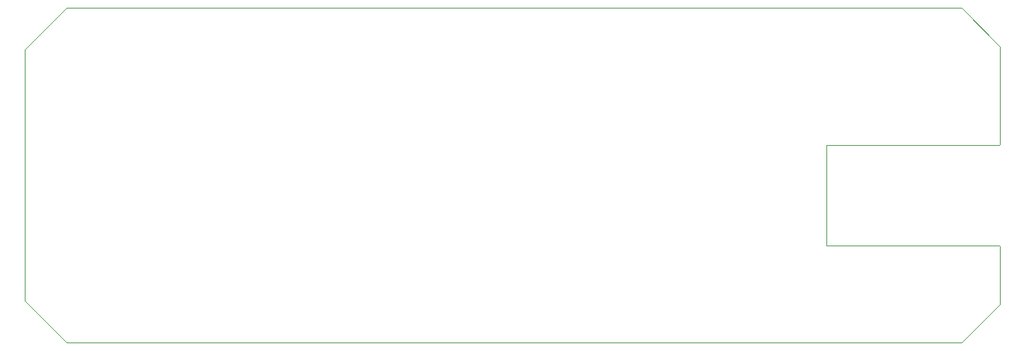
<source format=gbr>
%TF.GenerationSoftware,KiCad,Pcbnew,8.0.2*%
%TF.CreationDate,2024-06-01T03:16:03+02:00*%
%TF.ProjectId,Hellboard,48656c6c-626f-4617-9264-2e6b69636164,rev?*%
%TF.SameCoordinates,Original*%
%TF.FileFunction,Profile,NP*%
%FSLAX46Y46*%
G04 Gerber Fmt 4.6, Leading zero omitted, Abs format (unit mm)*
G04 Created by KiCad (PCBNEW 8.0.2) date 2024-06-01 03:16:03*
%MOMM*%
%LPD*%
G01*
G04 APERTURE LIST*
%TA.AperFunction,Profile*%
%ADD10C,0.050000*%
%TD*%
%TA.AperFunction,Profile*%
%ADD11C,0.120000*%
%TD*%
G04 APERTURE END LIST*
D10*
X43000000Y-77000000D02*
X48000000Y-82000000D01*
X155000000Y-42000000D02*
X159600000Y-46600000D01*
X159600000Y-58300000D02*
X159540000Y-58370000D01*
X43000000Y-47000000D02*
X43000000Y-77000000D01*
X48000000Y-82000000D02*
X155000000Y-82000000D01*
X159600000Y-70500000D02*
X159540000Y-70370000D01*
X159600000Y-46600000D02*
X159600000Y-58300000D01*
X43000000Y-47000000D02*
X48000000Y-42000000D01*
X48000000Y-42000000D02*
X155000000Y-42000000D01*
X159600000Y-77400000D02*
X159600000Y-70500000D01*
X155000000Y-82000000D02*
X159600000Y-77400000D01*
D11*
%TO.C,U1*%
X138900000Y-58370000D02*
X138900000Y-70370000D01*
X138900000Y-70370000D02*
X159540000Y-70370000D01*
X159540000Y-58370000D02*
X138900000Y-58370000D01*
%TD*%
M02*

</source>
